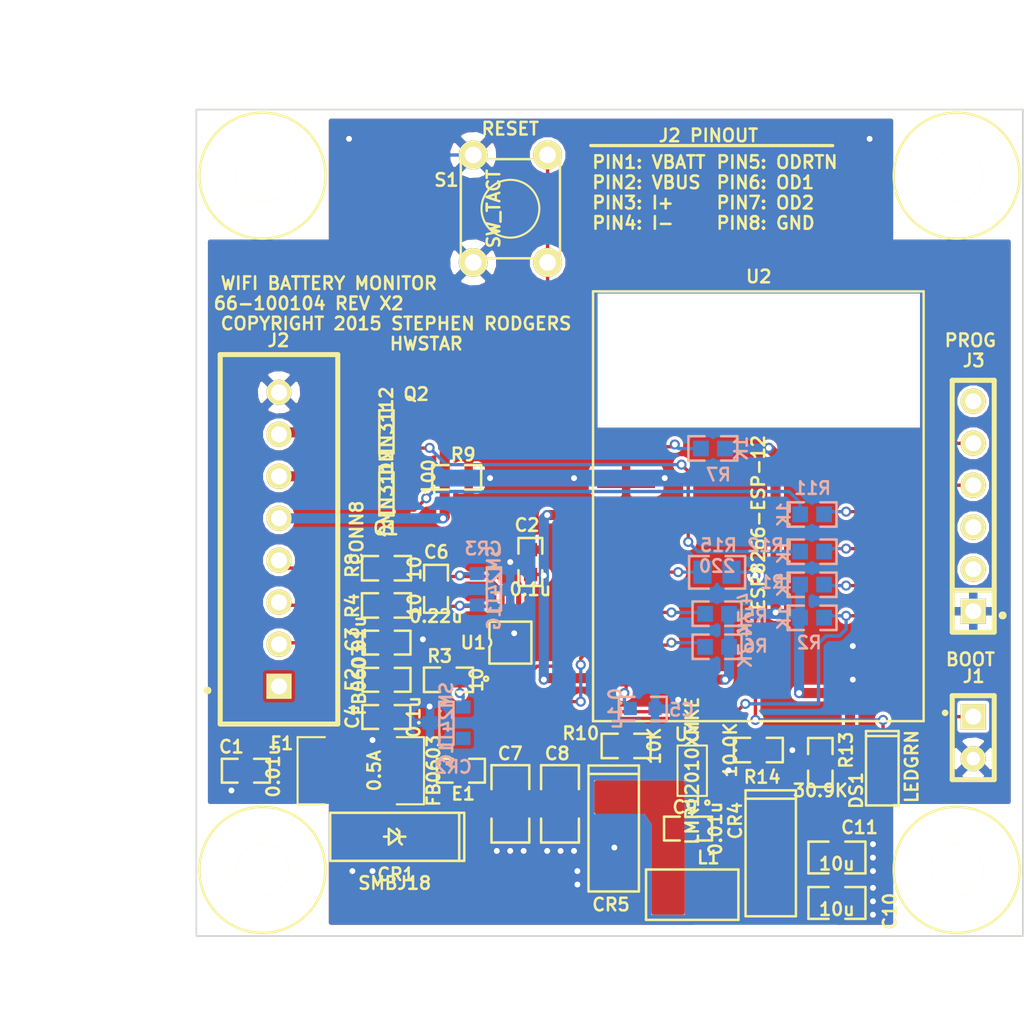
<source format=kicad_pcb>
(kicad_pcb (version 4) (host pcbnew "(2015-06-05 BZR 5717)-product")
  (layers (0 F.Cu signal) (31 B.Cu signal hide) (34 B.Paste user) (35 F.Paste user) (36 B.SilkS user) (37 F.SilkS user) (38 B.Mask user) (39 F.Mask user) (44 Edge.Cuts user))
  (net 0 "")
  (net 1 /VBIN)
  (net 2 GND)
  (net 3 +3.3V)
  (net 4 "Net-(C3-Pad1)")
  (net 5 "Net-(C4-Pad1)")
  (net 6 /VIN+)
  (net 7 /VIN-)
  (net 8 VBATT)
  (net 9 /VBOOST)
  (net 10 /VSW)
  (net 11 /VBINF)
  (net 12 "Net-(CR2-Pad2)")
  (net 13 /VBUS)
  (net 14 "Net-(DS1-Pad2)")
  (net 15 "Net-(J1-Pad1)")
  (net 16 "Net-(J2-Pad3)")
  (net 17 "Net-(J2-Pad4)")
  (net 18 /ODRTN)
  (net 19 /OD1)
  (net 20 /OD2)
  (net 21 "Net-(J3-Pad2)")
  (net 22 "Net-(J3-Pad3)")
  (net 23 /RXD)
  (net 24 /TXD)
  (net 25 "Net-(J3-Pad6)")
  (net 26 "Net-(Q1-Pad1)")
  (net 27 "Net-(Q2-Pad1)")
  (net 28 /ALERT)
  (net 29 /SCL)
  (net 30 /SDA)
  (net 31 "Net-(R7-Pad2)")
  (net 32 "Net-(R10-Pad1)")
  (net 33 /OUT1)
  (net 34 /OUT2)
  (net 35 /VFB)
  (net 36 /CONNLED)
  (net 37 "Net-(U2-Pad4)")
  (module mods:CC0603 (layer F.Cu) (at 123 100 180)
    (fp_text reference C1 (at 0.8768 1.448 360) (layer F.SilkS) (effects (font (size 0.762 0.762) (thickness 0.1524))))
    (fp_text value 0.01u (at -1.651 0 270) (layer F.SilkS) (effects (font (size 0.762 0.762) (thickness 0.1524))))
    (pad 1 smd rect (at -0.75 0.01 180) (size 0.8 0.8) (layers F.Cu F.Paste F.Mask) (net 1 /VBIN))
    (pad 2 smd rect (at 0.75 0.01 180) (size 0.8 0.8) (layers F.Cu F.Paste F.Mask) (net 2 GND))
  )
  (module mods:CC0603 (layer F.Cu) (at 140.208 87.376 90)
    (fp_text reference C2 (at 2.2352 -0.2032 180) (layer F.SilkS) (effects (font (size 0.762 0.762) (thickness 0.1524))))
    (fp_text value 0.1u (at -1.651 0 180) (layer F.SilkS) (effects (font (size 0.762 0.762) (thickness 0.1524))))
    (pad 1 smd rect (at -0.75 0.01 90) (size 0.8 0.8) (layers F.Cu F.Paste F.Mask) (net 3 +3.3V))
    (pad 2 smd rect (at 0.75 0.01 90) (size 0.8 0.8) (layers F.Cu F.Paste F.Mask) (net 2 GND))
  )
  (module mods:CC0603 (layer F.Cu) (at 131.5 92.25)
    (fp_text reference C3 (at -2.0616 -0.2004 270) (layer F.SilkS) (effects (font (size 0.762 0.762) (thickness 0.1524))))
    (fp_text value 0.01u (at -1.651 0 90) (layer F.SilkS) (effects (font (size 0.762 0.762) (thickness 0.1524))))
    (pad 1 smd rect (at -0.75 0.01) (size 0.8 0.8) (layers F.Cu F.Paste F.Mask) (net 4 "Net-(C3-Pad1)"))
    (pad 2 smd rect (at 0.75 0.01) (size 0.8 0.8) (layers F.Cu F.Paste F.Mask) (net 2 GND))
  )
  (module mods:CC0603 (layer F.Cu) (at 131.5 96.75 180)
    (fp_text reference C4 (at 2.0616 0.0268 270) (layer F.SilkS) (effects (font (size 0.762 0.762) (thickness 0.1524))))
    (fp_text value 0.1u (at -1.651 0 270) (layer F.SilkS) (effects (font (size 0.762 0.762) (thickness 0.1524))))
    (pad 1 smd rect (at -0.75 0.01 180) (size 0.8 0.8) (layers F.Cu F.Paste F.Mask) (net 5 "Net-(C4-Pad1)"))
    (pad 2 smd rect (at 0.75 0.01 180) (size 0.8 0.8) (layers F.Cu F.Paste F.Mask) (net 2 GND))
  )
  (module mods:CC0603 (layer B.Cu) (at 147 96.25)
    (fp_text reference C5 (at 2.352 0.0668) (layer B.SilkS) (effects (font (size 0.762 0.762) (thickness 0.1524)) (justify mirror)))
    (fp_text value 0.1u (at -1.651 0 270) (layer B.SilkS) (effects (font (size 0.762 0.762) (thickness 0.1524)) (justify mirror)))
    (pad 1 smd rect (at -0.75 -0.01) (size 0.8 0.8) (layers B.Cu B.Paste B.Mask) (net 3 +3.3V))
    (pad 2 smd rect (at 0.75 -0.01) (size 0.8 0.8) (layers B.Cu B.Paste B.Mask) (net 2 GND))
  )
  (module mods:CC0603 (layer F.Cu) (at 134.5 89 90)
    (fp_text reference C6 (at 2.2336 0.0184 180) (layer F.SilkS) (effects (font (size 0.762 0.762) (thickness 0.1524))))
    (fp_text value 0.22u (at -1.651 0 180) (layer F.SilkS) (effects (font (size 0.762 0.762) (thickness 0.1524))))
    (pad 1 smd rect (at -0.75 0.01 90) (size 0.8 0.8) (layers F.Cu F.Paste F.Mask) (net 6 /VIN+))
    (pad 2 smd rect (at 0.75 0.01 90) (size 0.8 0.8) (layers F.Cu F.Paste F.Mask) (net 7 /VIN-))
  )
  (module mods:CC1206 (layer F.Cu) (at 139 102 270)
    (fp_text reference C7 (at -3.0416 0.0112 360) (layer F.SilkS) (effects (font (size 0.762 0.762) (thickness 0.1524))))
    (fp_text value 10u hide)
    (pad 1 smd rect (at -1.55 0.01 270) (size 0.9 1.6) (layers F.Cu F.Paste F.Mask) (net 8 VBATT))
    (pad 2 smd rect (at 1.55 0.01 270) (size 0.9 1.6) (layers F.Cu F.Paste F.Mask) (net 2 GND))
  )
  (module mods:CC1206 (layer F.Cu) (at 142 102 270)
    (fp_text reference C8 (at -3.0416 0.1664 360) (layer F.SilkS) (effects (font (size 0.762 0.762) (thickness 0.1524))))
    (fp_text value 10u hide)
    (pad 1 smd rect (at -1.55 0.01 270) (size 0.9 1.6) (layers F.Cu F.Paste F.Mask) (net 8 VBATT))
    (pad 2 smd rect (at 1.55 0.01 270) (size 0.9 1.6) (layers F.Cu F.Paste F.Mask) (net 2 GND))
  )
  (module mods:CC0603 (layer F.Cu) (at 149.75 103.5 180)
    (fp_text reference C9 (at 0.1948 1.2904 360) (layer F.SilkS) (effects (font (size 0.762 0.762) (thickness 0.1524))))
    (fp_text value 0.01u (at -1.651 0 270) (layer F.SilkS) (effects (font (size 0.762 0.762) (thickness 0.1524))))
    (pad 1 smd rect (at -0.75 0.01 180) (size 0.8 0.8) (layers F.Cu F.Paste F.Mask) (net 9 /VBOOST))
    (pad 2 smd rect (at 0.75 0.01 180) (size 0.8 0.8) (layers F.Cu F.Paste F.Mask) (net 10 /VSW))
  )
  (module mods:CC0805 (layer F.Cu) (at 158.75 108)
    (fp_text reference C10 (at 3.2004 0.5088 90) (layer F.SilkS) (effects (font (size 0.762 0.762) (thickness 0.1524))))
    (fp_text value 10u (at 0 0.381) (layer F.SilkS) (effects (font (size 0.762 0.762) (thickness 0.1524))))
    (pad 1 smd rect (at -0.9525 0.01) (size 0.9 1.3) (layers F.Cu F.Paste F.Mask) (net 3 +3.3V))
    (pad 2 smd rect (at 0.9525 0.01) (size 0.9 1.3) (layers F.Cu F.Paste F.Mask) (net 2 GND))
  )
  (module mods:CC0805 (layer F.Cu) (at 158.75 105.25)
    (fp_text reference C11 (at 1.3716 -1.8212) (layer F.SilkS) (effects (font (size 0.762 0.762) (thickness 0.1524))))
    (fp_text value 10u (at 0 0.381) (layer F.SilkS) (effects (font (size 0.762 0.762) (thickness 0.1524))))
    (pad 1 smd rect (at -0.9525 0.01) (size 0.9 1.3) (layers F.Cu F.Paste F.Mask) (net 3 +3.3V))
    (pad 2 smd rect (at 0.9525 0.01) (size 0.9 1.3) (layers F.Cu F.Paste F.Mask) (net 2 GND))
  )
  (module mods:SMB-SAR (layer F.Cu) (at 132 104)
    (fp_text reference CR1 (at 0.08 2.2736 180) (layer F.SilkS) (effects (font (size 0.762 0.762) (thickness 0.1524))))
    (fp_text value SMBJ18 (at 0 2.79908) (layer F.SilkS) (effects (font (size 0.762 0.762) (thickness 0.1524))))
    (pad 1 smd rect (at -2.45 0) (size 2.16 2.26) (layers F.Cu F.Paste F.Mask) (net 2 GND))
    (pad 2 smd rect (at 2.45 0) (size 2.16 2.26) (layers F.Cu F.Paste F.Mask) (net 11 /VBINF))
  )
  (module mods:SOT23-3-SAR (layer B.Cu) (at 135.128 97.1296 270)
    (fp_text reference CR2 (at 2.6416 -0.4064 540) (layer B.SilkS) (effects (font (size 0.762 0.762) (thickness 0.1524)) (justify mirror)))
    (fp_text value SM24T1G (at 0.0635 0 270) (layer B.SilkS) (effects (font (size 0.762 0.762) (thickness 0.1524)) (justify mirror)))
    (pad 3 smd rect (at -0.03 0.99 270) (size 0.8 0.9) (layers B.Cu B.Paste B.Mask) (net 2 GND))
    (pad 2 smd rect (at 0.92 -1.01 270) (size 0.8 0.9) (layers B.Cu B.Paste B.Mask) (net 12 "Net-(CR2-Pad2)"))
    (pad 1 smd rect (at -0.98 -1.01 270) (size 0.8 0.9) (layers B.Cu B.Paste B.Mask) (net 13 /VBUS))
  )
  (module mods:SOT23-3-SAR (layer B.Cu) (at 138 89 90)
    (fp_text reference CR3 (at 2.4368 -0.6368 360) (layer B.SilkS) (effects (font (size 0.762 0.762) (thickness 0.1524)) (justify mirror)))
    (fp_text value SM24T1G (at 0.0635 0 90) (layer B.SilkS) (effects (font (size 0.762 0.762) (thickness 0.1524)) (justify mirror)))
    (pad 3 smd rect (at -0.03 0.99 90) (size 0.8 0.9) (layers B.Cu B.Paste B.Mask) (net 2 GND))
    (pad 2 smd rect (at 0.92 -1.01 90) (size 0.8 0.9) (layers B.Cu B.Paste B.Mask) (net 7 /VIN-))
    (pad 1 smd rect (at -0.98 -1.01 90) (size 0.8 0.9) (layers B.Cu B.Paste B.Mask) (net 6 /VIN+))
  )
  (module mods:M-FLAT-SAR (layer F.Cu) (at 154.75 105.25 90)
    (fp_text reference CR4 (at 2.2276 -2.1468 90) (layer F.SilkS) (effects (font (size 0.762 0.762) (thickness 0.1524))))
    (fp_text value CMS06)
    (pad 2 smd rect (at 2.2 0 90) (size 1.4 2.1) (layers F.Cu F.Paste F.Mask) (net 9 /VBOOST))
    (pad 1 smd rect (at -2.2 0 90) (size 1.4 2.1) (layers F.Cu F.Paste F.Mask) (net 3 +3.3V))
  )
  (module mods:M-FLAT-SAR (layer F.Cu) (at 145.25 103.75 90)
    (fp_text reference CR5 (at -4.3524 -0.1652 180) (layer F.SilkS) (effects (font (size 0.762 0.762) (thickness 0.1524))))
    (fp_text value CMS06)
    (pad 2 smd rect (at 2.2 0 90) (size 1.4 2.1) (layers F.Cu F.Paste F.Mask) (net 10 /VSW))
    (pad 1 smd rect (at -2.2 0 90) (size 1.4 2.1) (layers F.Cu F.Paste F.Mask) (net 2 GND))
  )
  (module mods:LED0805 (layer F.Cu) (at 161.5 100 90)
    (fp_text reference DS1 (at -1.1936 -1.5816 90) (layer F.SilkS) (effects (font (size 0.762 0.762) (thickness 0.1524))))
    (fp_text value LEDGRN (at 0.254 1.778 90) (layer F.SilkS) (effects (font (size 0.762 0.762) (thickness 0.1524))))
    (pad 1 smd rect (at -1.05 0 90) (size 1.2 1.2) (layers F.Cu F.Paste F.Mask) (net 3 +3.3V))
    (pad 2 smd rect (at 1.05 0 90) (size 1.2 1.2) (layers F.Cu F.Paste F.Mask) (net 14 "Net-(DS1-Pad2)"))
  )
  (module mods:CC0603 (layer F.Cu) (at 136 100)
    (fp_text reference E1 (at 0.144 1.3968 180) (layer F.SilkS) (effects (font (size 0.762 0.762) (thickness 0.1524))))
    (fp_text value FB0603 (at -1.651 0 90) (layer F.SilkS) (effects (font (size 0.762 0.762) (thickness 0.1524))))
    (pad 1 smd rect (at -0.75 0.01) (size 0.8 0.8) (layers F.Cu F.Paste F.Mask) (net 11 /VBINF))
    (pad 2 smd rect (at 0.75 0.01) (size 0.8 0.8) (layers F.Cu F.Paste F.Mask) (net 8 VBATT))
  )
  (module mods:CC0603 (layer F.Cu) (at 131.5 94.5)
    (fp_text reference E2 (at -2.0616 -0.012 270) (layer F.SilkS) (effects (font (size 0.762 0.762) (thickness 0.1524))))
    (fp_text value FB0603 (at -1.651 0 90) (layer F.SilkS) (effects (font (size 0.762 0.762) (thickness 0.1524))))
    (pad 1 smd rect (at -0.75 0.01) (size 0.8 0.8) (layers F.Cu F.Paste F.Mask) (net 4 "Net-(C3-Pad1)"))
    (pad 2 smd rect (at 0.75 0.01) (size 0.8 0.8) (layers F.Cu F.Paste F.Mask) (net 5 "Net-(C4-Pad1)"))
  )
  (module mods:MINISMD1812 (layer F.Cu) (at 130 100)
    (fp_text reference F1 (at -4.8288 -1.6512 180) (layer F.SilkS) (effects (font (size 0.762 0.762) (thickness 0.1524))))
    (fp_text value 0.5A (at 0.762 0 90) (layer F.SilkS) (effects (font (size 0.762 0.762) (thickness 0.1524))))
    (pad 1 smd rect (at -2.645 0.01) (size 1.78 3.15) (layers F.Cu F.Paste F.Mask) (net 1 /VBIN))
    (pad 2 smd rect (at 2.585 0.01) (size 1.78 3.15) (layers F.Cu F.Paste F.Mask) (net 11 /VBINF))
  )
  (module mods:BERG2 (layer F.Cu) (at 167 98 270)
    (fp_text reference J1 (at -3.7152 -0.0304 540) (layer F.SilkS) (effects (font (size 0.762 0.762) (thickness 0.1524))))
    (fp_text value CONN2 hide)
    (pad 1 thru_hole rect (at -1.27 0 270) (size 1.524 1.524) (drill 0.9652) (layers *.Cu *.Mask F.SilkS) (net 15 "Net-(J1-Pad1)"))
    (pad 2 thru_hole circle (at 1.27 0 270) (size 1.524 1.524) (drill 0.8128) (layers *.Cu *.Mask F.SilkS) (net 2 GND))
  )
  (module mods:PHOENIX254-8 (layer F.Cu) (at 125 86 90)
    (fp_text reference J2 (at 12.0352 -0.032 180) (layer F.SilkS) (effects (font (size 0.762 0.762) (thickness 0.1524))))
    (fp_text value CONN8 (at 0.381 4.699 90) (layer F.SilkS) (effects (font (size 0.762 0.762) (thickness 0.1524))))
    (pad 1 thru_hole rect (at -8.89 0 90) (size 1.524 1.524) (drill 0.9652) (layers *.Cu *.Mask F.SilkS) (net 1 /VBIN))
    (pad 2 thru_hole circle (at -6.35 0 90) (size 1.524 1.524) (drill 0.9652) (layers *.Cu *.Mask F.SilkS) (net 4 "Net-(C3-Pad1)"))
    (pad 3 thru_hole circle (at -3.81 0 90) (size 1.524 1.524) (drill 0.9652) (layers *.Cu *.Mask F.SilkS) (net 16 "Net-(J2-Pad3)"))
    (pad 4 thru_hole circle (at -1.27 0 90) (size 1.524 1.524) (drill 0.9652) (layers *.Cu *.Mask F.SilkS) (net 17 "Net-(J2-Pad4)"))
    (pad 5 thru_hole circle (at 1.27 0 90) (size 1.524 1.524) (drill 0.9652) (layers *.Cu *.Mask F.SilkS) (net 18 /ODRTN))
    (pad 6 thru_hole circle (at 3.81 0 90) (size 1.524 1.524) (drill 0.9652) (layers *.Cu *.Mask F.SilkS) (net 19 /OD1))
    (pad 7 thru_hole circle (at 6.35 0 90) (size 1.524 1.524) (drill 0.9652) (layers *.Cu *.Mask F.SilkS) (net 20 /OD2))
    (pad 8 thru_hole circle (at 8.89 0 90) (size 1.524 1.524) (drill 0.9652) (layers *.Cu *.Mask F.SilkS) (net 2 GND))
  )
  (module mods:BERG6 (layer F.Cu) (at 167 84 90)
    (fp_text reference J3 (at 8.816 0.0304 180) (layer F.SilkS) (effects (font (size 0.762 0.762) (thickness 0.1524))))
    (fp_text value CONN6 hide)
    (pad 1 thru_hole rect (at -6.35 0 90) (size 1.524 1.524) (drill 0.9652) (layers *.Cu *.Mask F.SilkS) (net 2 GND))
    (pad 2 thru_hole circle (at -3.81 0 90) (size 1.524 1.524) (drill 0.9652) (layers *.Cu *.Mask F.SilkS) (net 21 "Net-(J3-Pad2)"))
    (pad 3 thru_hole circle (at -1.27 0 90) (size 1.524 1.524) (drill 0.9652) (layers *.Cu *.Mask F.SilkS) (net 22 "Net-(J3-Pad3)"))
    (pad 4 thru_hole circle (at 1.27 0 90) (size 1.524 1.524) (drill 0.9652) (layers *.Cu *.Mask F.SilkS) (net 23 /RXD))
    (pad 5 thru_hole circle (at 3.81 0 90) (size 1.524 1.524) (drill 0.9652) (layers *.Cu *.Mask F.SilkS) (net 24 /TXD))
    (pad 6 thru_hole circle (at 6.35 0 90) (size 1.524 1.524) (drill 0.9652) (layers *.Cu *.Mask F.SilkS) (net 25 "Net-(J3-Pad6)"))
  )
  (module mods:SOT23-3-SAR (layer F.Cu) (at 131.5 83.25 90)
    (fp_text reference Q1 (at -2.094 -0.0296 180) (layer F.SilkS) (effects (font (size 0.762 0.762) (thickness 0.1524))))
    (fp_text value DMN3112 (at 0.0635 0 90) (layer F.SilkS) (effects (font (size 0.762 0.762) (thickness 0.1524))))
    (pad 3 smd rect (at -0.03 -0.99 90) (size 0.8 0.9) (layers F.Cu F.Paste F.Mask) (net 19 /OD1))
    (pad 2 smd rect (at 0.92 1.01 90) (size 0.8 0.9) (layers F.Cu F.Paste F.Mask) (net 18 /ODRTN))
    (pad 1 smd rect (at -0.98 1.01 90) (size 0.8 0.9) (layers F.Cu F.Paste F.Mask) (net 26 "Net-(Q1-Pad1)"))
  )
  (module mods:SOT23-3-SAR (layer F.Cu) (at 131.5 79.5 90)
    (fp_text reference Q2 (at 2.284 1.7992 180) (layer F.SilkS) (effects (font (size 0.762 0.762) (thickness 0.1524))))
    (fp_text value DMN3112 (at 0.0635 0 90) (layer F.SilkS) (effects (font (size 0.762 0.762) (thickness 0.1524))))
    (pad 3 smd rect (at -0.03 -0.99 90) (size 0.8 0.9) (layers F.Cu F.Paste F.Mask) (net 20 /OD2))
    (pad 2 smd rect (at 0.92 1.01 90) (size 0.8 0.9) (layers F.Cu F.Paste F.Mask) (net 18 /ODRTN))
    (pad 1 smd rect (at -0.98 1.01 90) (size 0.8 0.9) (layers F.Cu F.Paste F.Mask) (net 27 "Net-(Q2-Pad1)"))
  )
  (module mods:RC0603 (layer B.Cu) (at 157.25 88.75)
    (fp_text reference R1 (at -2.4116 -0.1548) (layer B.SilkS) (effects (font (size 0.762 0.762) (thickness 0.1524)) (justify mirror)))
    (fp_text value 1K (at -1.69926 0 270) (layer B.SilkS) (effects (font (size 0.762 0.762) (thickness 0.1524)) (justify mirror)))
    (pad 1 smd rect (at -0.725 -0.01) (size 0.95 0.95) (layers B.Cu B.Paste B.Mask) (net 3 +3.3V))
    (pad 2 smd rect (at 0.725 -0.01) (size 0.95 0.95) (layers B.Cu B.Paste B.Mask) (net 15 "Net-(J1-Pad1)"))
  )
  (module mods:RC0603 (layer B.Cu) (at 157.25 90.75)
    (fp_text reference R2 (at -0.1764 1.5028) (layer B.SilkS) (effects (font (size 0.762 0.762) (thickness 0.1524)) (justify mirror)))
    (fp_text value 1K (at -1.69926 0 270) (layer B.SilkS) (effects (font (size 0.762 0.762) (thickness 0.1524)) (justify mirror)))
    (pad 1 smd rect (at -0.725 -0.01) (size 0.95 0.95) (layers B.Cu B.Paste B.Mask) (net 3 +3.3V))
    (pad 2 smd rect (at 0.725 -0.01) (size 0.95 0.95) (layers B.Cu B.Paste B.Mask) (net 28 /ALERT))
  )
  (module mods:RC0603 (layer F.Cu) (at 135.25 94.5 180)
    (fp_text reference R3 (at 0.5284 1.4344 360) (layer F.SilkS) (effects (font (size 0.762 0.762) (thickness 0.1524))))
    (fp_text value 10 (at -1.69926 0 270) (layer F.SilkS) (effects (font (size 0.762 0.762) (thickness 0.1524))))
    (pad 1 smd rect (at -0.725 0.01 180) (size 0.95 0.95) (layers F.Cu F.Paste F.Mask) (net 13 /VBUS))
    (pad 2 smd rect (at 0.725 0.01 180) (size 0.95 0.95) (layers F.Cu F.Paste F.Mask) (net 5 "Net-(C4-Pad1)"))
  )
  (module mods:RC0603 (layer F.Cu) (at 131.5 90 180)
    (fp_text reference R4 (at 2.0616 -0.0176 270) (layer F.SilkS) (effects (font (size 0.762 0.762) (thickness 0.1524))))
    (fp_text value 10 (at -1.69926 0 270) (layer F.SilkS) (effects (font (size 0.762 0.762) (thickness 0.1524))))
    (pad 1 smd rect (at -0.725 0.01 180) (size 0.95 0.95) (layers F.Cu F.Paste F.Mask) (net 6 /VIN+))
    (pad 2 smd rect (at 0.725 0.01 180) (size 0.95 0.95) (layers F.Cu F.Paste F.Mask) (net 16 "Net-(J2-Pad3)"))
  )
  (module mods:RC0603 (layer B.Cu) (at 151.5 90.5 180)
    (fp_text reference R5 (at -2.3224 -0.1272 180) (layer B.SilkS) (effects (font (size 0.762 0.762) (thickness 0.1524)) (justify mirror)))
    (fp_text value 4.7K (at -1.69926 0 450) (layer B.SilkS) (effects (font (size 0.762 0.762) (thickness 0.1524)) (justify mirror)))
    (pad 1 smd rect (at -0.725 -0.01 180) (size 0.95 0.95) (layers B.Cu B.Paste B.Mask) (net 3 +3.3V))
    (pad 2 smd rect (at 0.725 -0.01 180) (size 0.95 0.95) (layers B.Cu B.Paste B.Mask) (net 29 /SCL))
  )
  (module mods:RC0603 (layer B.Cu) (at 151.5 92.5 180)
    (fp_text reference R6 (at -2.3224 0.044 180) (layer B.SilkS) (effects (font (size 0.762 0.762) (thickness 0.1524)) (justify mirror)))
    (fp_text value 4.7K (at -1.69926 0 450) (layer B.SilkS) (effects (font (size 0.762 0.762) (thickness 0.1524)) (justify mirror)))
    (pad 1 smd rect (at -0.725 -0.01 180) (size 0.95 0.95) (layers B.Cu B.Paste B.Mask) (net 3 +3.3V))
    (pad 2 smd rect (at 0.725 -0.01 180) (size 0.95 0.95) (layers B.Cu B.Paste B.Mask) (net 30 /SDA))
  )
  (module mods:RC0603 (layer B.Cu) (at 151.25 80.5 180)
    (fp_text reference R7 (at -0.3372 -1.5928 180) (layer B.SilkS) (effects (font (size 0.762 0.762) (thickness 0.1524)) (justify mirror)))
    (fp_text value 1K (at -1.69926 0 450) (layer B.SilkS) (effects (font (size 0.762 0.762) (thickness 0.1524)) (justify mirror)))
    (pad 1 smd rect (at -0.725 -0.01 180) (size 0.95 0.95) (layers B.Cu B.Paste B.Mask) (net 3 +3.3V))
    (pad 2 smd rect (at 0.725 -0.01 180) (size 0.95 0.95) (layers B.Cu B.Paste B.Mask) (net 31 "Net-(R7-Pad2)"))
  )
  (module mods:RC0603 (layer F.Cu) (at 131.5 87.75 180)
    (fp_text reference R8 (at 2.0616 0.1708 450) (layer F.SilkS) (effects (font (size 0.762 0.762) (thickness 0.1524))))
    (fp_text value 10 (at -1.69926 0 270) (layer F.SilkS) (effects (font (size 0.762 0.762) (thickness 0.1524))))
    (pad 1 smd rect (at -0.725 0.01 180) (size 0.95 0.95) (layers F.Cu F.Paste F.Mask) (net 7 /VIN-))
    (pad 2 smd rect (at 0.725 0.01 180) (size 0.95 0.95) (layers F.Cu F.Paste F.Mask) (net 17 "Net-(J2-Pad4)"))
  )
  (module mods:RC0603 (layer F.Cu) (at 135.75 82.25)
    (fp_text reference R9 (at 0.394 -1.3764 180) (layer F.SilkS) (effects (font (size 0.762 0.762) (thickness 0.1524))))
    (fp_text value 100 (at -1.69926 0 90) (layer F.SilkS) (effects (font (size 0.762 0.762) (thickness 0.1524))))
    (pad 1 smd rect (at -0.725 0.01) (size 0.95 0.95) (layers F.Cu F.Paste F.Mask) (net 18 /ODRTN))
    (pad 2 smd rect (at 0.725 0.01) (size 0.95 0.95) (layers F.Cu F.Paste F.Mask) (net 2 GND))
  )
  (module mods:RC0603 (layer F.Cu) (at 146 98.5 180)
    (fp_text reference R10 (at 2.744 0.7608 360) (layer F.SilkS) (effects (font (size 0.762 0.762) (thickness 0.1524))))
    (fp_text value 10K (at -1.69926 0 270) (layer F.SilkS) (effects (font (size 0.762 0.762) (thickness 0.1524))))
    (pad 1 smd rect (at -0.725 0.01 180) (size 0.95 0.95) (layers F.Cu F.Paste F.Mask) (net 32 "Net-(R10-Pad1)"))
    (pad 2 smd rect (at 0.725 0.01 180) (size 0.95 0.95) (layers F.Cu F.Paste F.Mask) (net 8 VBATT))
  )
  (module mods:RC0603 (layer B.Cu) (at 157.25 84.5)
    (fp_text reference R11 (at 0.0268 -1.5944) (layer B.SilkS) (effects (font (size 0.762 0.762) (thickness 0.1524)) (justify mirror)))
    (fp_text value 1K (at -1.69926 0 270) (layer B.SilkS) (effects (font (size 0.762 0.762) (thickness 0.1524)) (justify mirror)))
    (pad 1 smd rect (at -0.725 -0.01) (size 0.95 0.95) (layers B.Cu B.Paste B.Mask) (net 26 "Net-(Q1-Pad1)"))
    (pad 2 smd rect (at 0.725 -0.01) (size 0.95 0.95) (layers B.Cu B.Paste B.Mask) (net 33 /OUT1))
  )
  (module mods:RC0603 (layer B.Cu) (at 157.25 86.75)
    (fp_text reference R12 (at -2.818 -0.39) (layer B.SilkS) (effects (font (size 0.762 0.762) (thickness 0.1524)) (justify mirror)))
    (fp_text value 1K (at -1.69926 0 270) (layer B.SilkS) (effects (font (size 0.762 0.762) (thickness 0.1524)) (justify mirror)))
    (pad 1 smd rect (at -0.725 -0.01) (size 0.95 0.95) (layers B.Cu B.Paste B.Mask) (net 27 "Net-(Q2-Pad1)"))
    (pad 2 smd rect (at 0.725 -0.01) (size 0.95 0.95) (layers B.Cu B.Paste B.Mask) (net 34 /OUT2))
  )
  (module mods:RC0603 (layer F.Cu) (at 157.75 99.5 90)
    (fp_text reference R13 (at 0.7448 1.5588 270) (layer F.SilkS) (effects (font (size 0.762 0.762) (thickness 0.1524))))
    (fp_text value 30.9K (at -1.69926 0 180) (layer F.SilkS) (effects (font (size 0.762 0.762) (thickness 0.1524))))
    (pad 1 smd rect (at -0.725 0.01 90) (size 0.95 0.95) (layers F.Cu F.Paste F.Mask) (net 3 +3.3V))
    (pad 2 smd rect (at 0.725 0.01 90) (size 0.95 0.95) (layers F.Cu F.Paste F.Mask) (net 35 /VFB))
  )
  (module mods:RC0603 (layer F.Cu) (at 154 98.75)
    (fp_text reference R14 (at 0.2288 1.6308 180) (layer F.SilkS) (effects (font (size 0.762 0.762) (thickness 0.1524))))
    (fp_text value 10.0K (at -1.69926 0 90) (layer F.SilkS) (effects (font (size 0.762 0.762) (thickness 0.1524))))
    (pad 1 smd rect (at -0.725 0.01) (size 0.95 0.95) (layers F.Cu F.Paste F.Mask) (net 35 /VFB))
    (pad 2 smd rect (at 0.725 0.01) (size 0.95 0.95) (layers F.Cu F.Paste F.Mask) (net 2 GND))
  )
  (module mods:RC0805 (layer B.Cu) (at 151.5 88)
    (fp_text reference R15 (at 0.0872 -1.64) (layer B.SilkS) (effects (font (size 0.762 0.762) (thickness 0.1524)) (justify mirror)))
    (fp_text value 220 (at 0 -0.381) (layer B.SilkS) (effects (font (size 0.762 0.762) (thickness 0.1524)) (justify mirror)))
    (pad 1 smd rect (at -0.875 -0.01) (size 1.1 1.4) (layers B.Cu B.Paste B.Mask) (net 36 /CONNLED))
    (pad 2 smd rect (at 0.875 -0.01) (size 1.1 1.4) (layers B.Cu B.Paste B.Mask) (net 14 "Net-(DS1-Pad2)"))
  )
  (module mods:SW_TACT_6MM (layer F.Cu) (at 139 66 270)
    (fp_text reference S1 (at -1.738 3.872 360) (layer F.SilkS) (effects (font (size 0.762 0.762) (thickness 0.1524))))
    (fp_text value SW_TACT (at 0 1.016 270) (layer F.SilkS) (effects (font (size 0.762 0.762) (thickness 0.1524))))
    (pad 4 thru_hole circle (at 3.25 -2.25 270) (size 1.75 1.75) (drill 1) (layers *.Cu *.Mask F.SilkS) (net 31 "Net-(R7-Pad2)"))
    (pad 2 thru_hole circle (at 3.25 2.25 270) (size 1.75 1.75) (drill 1) (layers *.Cu *.Mask F.SilkS) (net 2 GND))
    (pad 3 thru_hole circle (at -3.25 -2.25 270) (size 1.75 1.75) (drill 1) (layers *.Cu *.Mask F.SilkS) (net 31 "Net-(R7-Pad2)"))
    (pad 1 thru_hole circle (at -3.25 2.25 270) (size 1.75 1.75) (drill 1) (layers *.Cu *.Mask F.SilkS) (net 2 GND))
  )
  (module mods:ESP8266-ESP12 (layer F.Cu) (at 154 84 270)
    (fp_text reference U2 (at -13.896 -0.0256 360) (layer F.SilkS) (effects (font (size 0.762 0.762) (thickness 0.1524))))
    (fp_text value ESP8266-ESP-12 (at 1 0 270) (layer F.SilkS) (effects (font (size 0.762 0.762) (thickness 0.1524))))
    (pad 1 smd rect (at -3.6 8 270) (size 1 3.5) (layers F.Cu F.Paste F.Mask) (net 31 "Net-(R7-Pad2)"))
    (pad 2 smd rect (at -1.6 8 270) (size 1 3.5) (layers F.Cu F.Paste F.Mask) (net 2 GND))
    (pad 3 smd rect (at 0.4 8 270) (size 1 3.5) (layers F.Cu F.Paste F.Mask) (net 3 +3.3V))
    (pad 4 smd rect (at 2.4 8 270) (size 1 3.5) (layers F.Cu F.Paste F.Mask) (net 37 "Net-(U2-Pad4)"))
    (pad 5 smd rect (at 4.4 8 270) (size 1 3.5) (layers F.Cu F.Paste F.Mask) (net 36 /CONNLED))
    (pad 6 smd rect (at 6.4 8 270) (size 1 3.5) (layers F.Cu F.Paste F.Mask) (net 29 /SCL))
    (pad 7 smd rect (at 8.4 8 270) (size 1 3.5) (layers F.Cu F.Paste F.Mask) (net 30 /SDA))
    (pad 8 smd rect (at 10.4 8 270) (size 1 3.5) (layers F.Cu F.Paste F.Mask) (net 3 +3.3V))
    (pad 9 smd rect (at 10.4 -8 270) (size 1 3.5) (layers F.Cu F.Paste F.Mask) (net 2 GND))
    (pad 10 smd rect (at 8.4 -8 270) (size 1 3.5) (layers F.Cu F.Paste F.Mask) (net 2 GND))
    (pad 11 smd rect (at 6.4 -8 270) (size 1 3.5) (layers F.Cu F.Paste F.Mask) (net 28 /ALERT))
    (pad 12 smd rect (at 4.4 -8 270) (size 1 3.5) (layers F.Cu F.Paste F.Mask) (net 15 "Net-(J1-Pad1)"))
    (pad 13 smd rect (at 2.4 -8 270) (size 1 3.5) (layers F.Cu F.Paste F.Mask) (net 34 /OUT2))
    (pad 14 smd rect (at 0.4 -8 270) (size 1 3.5) (layers F.Cu F.Paste F.Mask) (net 33 /OUT1))
    (pad 15 smd rect (at -1.6 -8 270) (size 1 3.5) (layers F.Cu F.Paste F.Mask) (net 23 /RXD))
    (pad 16 smd rect (at -3.6 -8 270) (size 1 3.5) (layers F.Cu F.Paste F.Mask) (net 24 /TXD))
  )
  (module mods:SOT23-6-SAR (layer F.Cu) (at 150 100 90)
    (fp_text reference U3 (at 2.19964 -0.29972 180) (layer F.SilkS) (effects (font (size 0.762 0.762) (thickness 0.1524))))
    (fp_text value LMR12010XMKE (at 0 0 90) (layer F.SilkS) (effects (font (size 0.762 0.762) (thickness 0.1524))))
    (pad 6 smd rect (at -0.95 -1.2 90) (size 0.7 1) (layers F.Cu F.Paste F.Mask) (net 10 /VSW))
    (pad 1 smd rect (at -0.95 1.2 90) (size 0.7 1) (layers F.Cu F.Paste F.Mask) (net 9 /VBOOST))
    (pad 3 smd rect (at 0.95 1.2 90) (size 0.7 1) (layers F.Cu F.Paste F.Mask) (net 35 /VFB))
    (pad 5 smd rect (at 0 -1.2 90) (size 0.7 1) (layers F.Cu F.Paste F.Mask) (net 8 VBATT))
    (pad 2 smd rect (at 0 1.2 90) (size 0.7 1) (layers F.Cu F.Paste F.Mask) (net 2 GND))
    (pad 4 smd rect (at 0.95 -1.2 90) (size 0.7 1) (layers F.Cu F.Paste F.Mask) (net 32 "Net-(R10-Pad1)"))
  )
  (module mods:IND1210 (layer F.Cu) (at 150 107.5)
    (fp_text reference L1 (at 0.9776 -2.2424) (layer F.SilkS) (effects (font (size 0.762 0.762) (thickness 0.1524))))
    (fp_text value 10uH)
    (pad 1 smd rect (at -1.6 0) (size 1.2 2) (layers F.Cu F.Paste F.Mask) (net 10 /VSW))
    (pad 2 smd rect (at 1.6 0) (size 1.2 2) (layers F.Cu F.Paste F.Mask) (net 3 +3.3V))
  )
  (module mods:MTG-HOLE-125-RING-300 (layer F.Cu) (at 124 106)
    (fp_text reference MTG-HOLE-125-RING-300 hide)
    (fp_text value VAL** hide)
    (pad "" np_thru_hole circle (at 0 0) (size 3.175 3.175) (drill 3.175) (layers *.Cu *.Mask F.SilkS))
  )
  (module mods:MTG-HOLE-125-RING-300 (layer F.Cu) (at 166 106)
    (fp_text reference MTG-HOLE-125-RING-300 hide)
    (fp_text value VAL** hide)
    (pad "" np_thru_hole circle (at 0 0) (size 3.175 3.175) (drill 3.175) (layers *.Cu *.Mask F.SilkS))
  )
  (module mods:MTG-HOLE-125-RING-300 (layer F.Cu) (at 166 64)
    (fp_text reference MTG-HOLE-125-RING-300 hide)
    (fp_text value VAL** hide)
    (pad "" np_thru_hole circle (at 0 0) (size 3.175 3.175) (drill 3.175) (layers *.Cu *.Mask F.SilkS))
  )
  (module mods:MTG-HOLE-125-RING-300 (layer F.Cu) (at 124 64)
    (fp_text reference MTG-HOLE-125-RING-300 hide)
    (fp_text value VAL** hide)
    (pad "" np_thru_hole circle (at 0 0) (size 3.175 3.175) (drill 3.175) (layers *.Cu *.Mask F.SilkS))
  )
  (module mods:MSOP-10-SAR (layer F.Cu) (at 139 92.25)
    (fp_text reference U1 (at -2.2464 0.0028) (layer F.SilkS) (effects (font (size 0.762 0.762) (thickness 0.1524))))
    (fp_text value INA226)
    (pad 2 smd rect (at -0.5 2.2) (size 0.3 1.45) (layers F.Cu F.Paste F.Mask) (net 3 +3.3V))
    (pad 3 smd rect (at 0 2.2) (size 0.3 1.45) (layers F.Cu F.Paste F.Mask) (net 28 /ALERT))
    (pad 4 smd rect (at 0.5 2.2) (size 0.3 1.45) (layers F.Cu F.Paste F.Mask) (net 30 /SDA))
    (pad 5 smd rect (at 1 2.2) (size 0.3 1.45) (layers F.Cu F.Paste F.Mask) (net 29 /SCL))
    (pad 6 smd rect (at 1 -2.2) (size 0.3 1.45) (layers F.Cu F.Paste F.Mask) (net 3 +3.3V))
    (pad 7 smd rect (at 0.5 -2.2) (size 0.3 1.45) (layers F.Cu F.Paste F.Mask) (net 2 GND))
    (pad 8 smd rect (at 0 -2.2) (size 0.3 1.45) (layers F.Cu F.Paste F.Mask) (net 13 /VBUS))
    (pad 9 smd rect (at -0.5 -2.2) (size 0.3 1.45) (layers F.Cu F.Paste F.Mask) (net 7 /VIN-))
    (pad 10 smd rect (at -1 -2.2) (size 0.3 1.45) (layers F.Cu F.Paste F.Mask) (net 6 /VIN+))
    (pad 1 smd rect (at -1 2.2) (size 0.3 1.45) (layers F.Cu F.Paste F.Mask) (net 3 +3.3V))
  )
  (gr_text "WIFI BATTERY MONITOR" (at 128.016 70.5104) (layer F.SilkS) (effects (font (size 0.762 0.762) (thickness 0.1524))))
  (gr_text "66-100104 REV X2" (at 126.7968 71.7296) (layer F.SilkS) (effects (font (size 0.762 0.762) (thickness 0.1524))))
  (gr_text HWSTAR (at 133.9088 74.168) (layer F.SilkS) (effects (font (size 0.762 0.762) (thickness 0.1524))))
  (gr_text "COPYRIGHT 2015 STEPHEN RODGERS" (at 132.08 72.9488) (layer F.SilkS) (effects (font (size 0.762 0.762) (thickness 0.1524))))
  (gr_text "J2 PINOUT" (at 150.9776 61.5696) (layer F.SilkS) (effects (font (size 0.762 0.762) (thickness 0.1524))))
  (gr_line (start 143.8656 62.1792) (end 158.496 62.1792) (angle 90) (layer F.SilkS) (width 0.2))
  (gr_text "PIN5: ODRTN\nPIN6: OD1\nPIN7: OD2\nPIN8: GND" (at 151.384 65.024) (layer F.SilkS) (effects (font (size 0.762 0.762) (thickness 0.1524)) (justify left)))
  (gr_text "PIN1: VBATT\nPIN2: VBUS\nPIN3: I+\nPIN4: I-\n" (at 143.8656 65.024) (layer F.SilkS) (effects (font (size 0.762 0.762) (thickness 0.1524)) (justify left)))
  (gr_text RESET (at 138.9888 61.1632) (layer F.SilkS) (effects (font (size 0.762 0.762) (thickness 0.1524))))
  (gr_text BOOT (at 166.8272 93.2688) (layer F.SilkS) (effects (font (size 0.762 0.762) (thickness 0.1524))))
  (gr_text PROG (at 166.8272 73.9648) (layer F.SilkS) (effects (font (size 0.762 0.762) (thickness 0.1524))))
  (gr_line (start 170 110) (end 120 110) (angle 90) (layer Edge.Cuts) (width 0.1))
  (gr_line (start 170 60) (end 170 110) (angle 90) (layer Edge.Cuts) (width 0.1))
  (gr_line (start 120 60) (end 170 60) (angle 90) (layer Edge.Cuts) (width 0.1))
  (gr_line (start 120 110) (end 120 60) (angle 90) (layer Edge.Cuts) (width 0.1))
  (segment (start 136.75 62.75) (end 136.9956 62.75) (width 0.2032) (layer F.Cu) (net 2))
  (segment (start 136.9956 62.75) (end 138.5824 61.1632) (width 0.2032) (layer F.Cu) (net 2))
  (via (at 160.7312 61.7728) (size 0.6096) (layers F.Cu B.Cu) (net 2))
  (segment (start 147.9296 61.7728) (end 160.7312 61.7728) (width 0.2032) (layer F.Cu) (net 2))
  (segment (start 147.32 61.1632) (end 147.9296 61.7728) (width 0.2032) (layer F.Cu) (net 2))
  (segment (start 138.5824 61.1632) (end 147.32 61.1632) (width 0.2032) (layer F.Cu) (net 2))
  (segment (start 136.75 62.75) (end 130.2124 62.75) (width 0.2032) (layer B.Cu) (net 2))
  (via (at 129.2352 61.7728) (size 0.6096) (layers F.Cu B.Cu) (net 2))
  (segment (start 130.2124 62.75) (end 129.2352 61.7728) (width 0.2032) (layer B.Cu) (net 2))
  (segment (start 154.725 98.76) (end 156.0528 98.76) (width 0.2032) (layer F.Cu) (net 2))
  (via (at 156.0576 98.7552) (size 0.6096) (layers F.Cu B.Cu) (net 2))
  (segment (start 156.0528 98.76) (end 156.0576 98.7552) (width 0.2032) (layer F.Cu) (net 2))
  (segment (start 147.75 96.24) (end 148.616 96.24) (width 0.2032) (layer B.Cu) (net 2))
  (via (at 149.1488 95.7072) (size 0.6096) (layers F.Cu B.Cu) (net 2))
  (segment (start 148.616 96.24) (end 149.1488 95.7072) (width 0.2032) (layer B.Cu) (net 2))
  (segment (start 138.99 89.03) (end 138.99 87.3772) (width 0.2032) (layer B.Cu) (net 2))
  (via (at 138.9888 87.376) (size 0.6096) (layers F.Cu B.Cu) (net 2))
  (segment (start 138.99 87.3772) (end 138.9888 87.376) (width 0.2032) (layer B.Cu) (net 2))
  (segment (start 132.25 92.26) (end 133.4952 92.26) (width 0.2032) (layer F.Cu) (net 2))
  (via (at 133.7056 92.0496) (size 0.6096) (layers F.Cu B.Cu) (net 2))
  (segment (start 133.4952 92.26) (end 133.7056 92.0496) (width 0.2032) (layer F.Cu) (net 2))
  (segment (start 134.138 97.0996) (end 134.138 96.1396) (width 0.2032) (layer B.Cu) (net 2))
  (via (at 134.112 96.1136) (size 0.6096) (layers F.Cu B.Cu) (net 2))
  (segment (start 134.138 96.1396) (end 134.112 96.1136) (width 0.2032) (layer B.Cu) (net 2))
  (segment (start 130.75 96.74) (end 130.75 98.0532) (width 0.2032) (layer F.Cu) (net 2))
  (via (at 130.6576 98.1456) (size 0.6096) (layers F.Cu B.Cu) (net 2))
  (segment (start 130.75 98.0532) (end 130.6576 98.1456) (width 0.2032) (layer F.Cu) (net 2))
  (segment (start 122.25 99.99) (end 122.25 101.0668) (width 0.2032) (layer F.Cu) (net 2))
  (via (at 122.1232 101.1936) (size 0.6096) (layers F.Cu B.Cu) (net 2))
  (segment (start 122.25 101.0668) (end 122.1232 101.1936) (width 0.2032) (layer F.Cu) (net 2))
  (segment (start 129.55 104) (end 129.55 105.9588) (width 0.2032) (layer F.Cu) (net 2))
  (via (at 130.6576 106.0704) (size 0.6096) (layers F.Cu B.Cu) (net 2))
  (segment (start 129.4384 106.0704) (end 130.6576 106.0704) (width 0.2032) (layer B.Cu) (net 2))
  (via (at 129.4384 106.0704) (size 0.6096) (layers F.Cu B.Cu) (net 2))
  (segment (start 129.55 105.9588) (end 129.4384 106.0704) (width 0.2032) (layer F.Cu) (net 2))
  (segment (start 160.9344 104.4448) (end 160.9344 106.0704) (width 0.2032) (layer F.Cu) (net 2))
  (via (at 160.9344 106.0704) (size 0.6096) (drill 0.3556) (layers F.Cu B.Cu) (net 2))
  (segment (start 160.9344 105.2576) (end 160.9344 104.4448) (width 0.2032) (layer B.Cu) (net 2))
  (via (at 160.9344 104.4448) (size 0.6096) (drill 0.3556) (layers F.Cu B.Cu) (net 2))
  (segment (start 160.9344 107.0864) (end 160.9344 108.712) (width 0.2032) (layer B.Cu) (net 2))
  (via (at 160.9344 108.712) (size 0.6096) (drill 0.3556) (layers F.Cu B.Cu) (net 2))
  (segment (start 160.9344 107.8992) (end 160.9344 107.0864) (width 0.2032) (layer F.Cu) (net 2))
  (via (at 160.9344 107.0864) (size 0.6096) (drill 0.3556) (layers F.Cu B.Cu) (net 2))
  (segment (start 159.7025 108.01) (end 160.8236 108.01) (width 0.2032) (layer F.Cu) (net 2))
  (segment (start 160.8236 108.01) (end 160.9344 107.8992) (width 0.2032) (layer F.Cu) (net 2))
  (via (at 160.9344 107.8992) (size 0.6096) (drill 0.3556) (layers F.Cu B.Cu) (net 2))
  (segment (start 159.7025 105.26) (end 160.932 105.26) (width 0.2032) (layer F.Cu) (net 2))
  (via (at 160.9344 105.2576) (size 0.6096) (drill 0.3556) (layers F.Cu B.Cu) (net 2))
  (segment (start 160.932 105.26) (end 160.9344 105.2576) (width 0.2032) (layer F.Cu) (net 2))
  (segment (start 136.475 82.26) (end 137.7336 82.26) (width 0.2032) (layer F.Cu) (net 2))
  (segment (start 137.7336 82.26) (end 137.7696 82.296) (width 0.2032) (layer F.Cu) (net 2))
  (via (at 137.7696 82.296) (size 0.6096) (drill 0.3556) (layers F.Cu B.Cu) (net 2))
  (segment (start 146 82.4) (end 147.9532 82.4) (width 0.2032) (layer F.Cu) (net 2))
  (segment (start 147.9532 82.4) (end 148.0572 82.296) (width 0.2032) (layer F.Cu) (net 2))
  (segment (start 148.0572 82.296) (end 148.336 82.296) (width 0.2032) (layer F.Cu) (net 2))
  (via (at 148.336 82.296) (size 0.6096) (drill 0.3556) (layers F.Cu B.Cu) (net 2))
  (segment (start 139.5 90.05) (end 139.5 91.04259) (width 0.2032) (layer F.Cu) (net 2))
  (segment (start 139.229169 91.313421) (end 139.229169 91.682989) (width 0.2032) (layer F.Cu) (net 2))
  (segment (start 139.5 91.04259) (end 139.229169 91.313421) (width 0.2032) (layer F.Cu) (net 2))
  (via (at 139.229169 91.682989) (size 0.6096) (drill 0.3556) (layers F.Cu B.Cu) (net 2))
  (segment (start 151.2 100) (end 152.1712 100) (width 0.2032) (layer F.Cu) (net 2))
  (segment (start 152.1712 100) (end 152.1968 99.9744) (width 0.2032) (layer F.Cu) (net 2))
  (via (at 152.1968 99.9744) (size 0.6096) (drill 0.3556) (layers F.Cu B.Cu) (net 2))
  (segment (start 162 94.4) (end 160.0468 94.4) (width 0.2032) (layer F.Cu) (net 2))
  (segment (start 160.0468 94.4) (end 159.9588 94.488) (width 0.2032) (layer F.Cu) (net 2))
  (segment (start 159.9588 94.488) (end 159.7152 94.488) (width 0.2032) (layer F.Cu) (net 2))
  (via (at 159.7152 94.488) (size 0.6096) (drill 0.3556) (layers F.Cu B.Cu) (net 2))
  (segment (start 162 92.4) (end 160.0468 92.4) (width 0.2032) (layer F.Cu) (net 2))
  (segment (start 160.0468 92.4) (end 159.9908 92.456) (width 0.2032) (layer F.Cu) (net 2))
  (segment (start 159.9908 92.456) (end 159.7152 92.456) (width 0.2032) (layer F.Cu) (net 2))
  (via (at 159.7152 92.456) (size 0.6096) (drill 0.3556) (layers F.Cu B.Cu) (net 2))
  (segment (start 145.25 105.95) (end 145.25 104.686) (width 0.2032) (layer F.Cu) (net 2))
  (via (at 145.288 104.648) (size 0.6096) (layers F.Cu B.Cu) (net 2))
  (segment (start 145.25 104.686) (end 145.288 104.648) (width 0.2032) (layer F.Cu) (net 2))
  (segment (start 143.0528 106.8832) (end 143.0528 106.0704) (width 0.2032) (layer F.Cu) (net 2))
  (segment (start 143.1732 105.95) (end 143.0528 106.0704) (width 0.2032) (layer F.Cu) (net 2))
  (via (at 143.0528 106.0704) (size 0.6096) (layers F.Cu B.Cu) (net 2))
  (segment (start 143.1732 105.95) (end 145.25 105.95) (width 0.2032) (layer F.Cu) (net 2))
  (via (at 143.0528 106.8832) (size 0.6096) (layers F.Cu B.Cu) (net 2))
  (segment (start 142.0368 104.8512) (end 141.224 104.8512) (width 0.2032) (layer F.Cu) (net 2))
  (via (at 142.0368 104.8512) (size 0.6096) (layers F.Cu B.Cu) (net 2))
  (via (at 141.224 104.8512) (size 0.6096) (layers F.Cu B.Cu) (net 2))
  (segment (start 142.8496 104.8512) (end 142.0368 104.8512) (width 0.2032) (layer F.Cu) (net 2))
  (segment (start 141.99 104.8044) (end 142.0368 104.8512) (width 0.2032) (layer F.Cu) (net 2))
  (segment (start 141.99 104.8044) (end 141.99 103.55) (width 0.2032) (layer F.Cu) (net 2))
  (via (at 142.8496 104.8512) (size 0.6096) (layers F.Cu B.Cu) (net 2))
  (segment (start 138.9888 104.8512) (end 139.8016 104.8512) (width 0.2032) (layer F.Cu) (net 2))
  (via (at 138.9888 104.8512) (size 0.6096) (layers F.Cu B.Cu) (net 2))
  (via (at 139.8016 104.8512) (size 0.6096) (layers F.Cu B.Cu) (net 2))
  (segment (start 138.176 104.8512) (end 138.9888 104.8512) (width 0.2032) (layer F.Cu) (net 2))
  (segment (start 138.99 104.85) (end 138.99 103.55) (width 0.2032) (layer F.Cu) (net 2))
  (segment (start 138.99 104.85) (end 138.9888 104.8512) (width 0.2032) (layer F.Cu) (net 2))
  (via (at 138.176 104.8512) (size 0.6096) (layers F.Cu B.Cu) (net 2))
  (segment (start 142.9536 82.4) (end 142.8496 82.296) (width 0.2032) (layer F.Cu) (net 2))
  (via (at 142.8496 82.296) (size 0.6096) (layers F.Cu B.Cu) (net 2))
  (segment (start 146 82.4) (end 142.9536 82.4) (width 0.2032) (layer F.Cu) (net 2))
  (segment (start 145.8688 84.5312) (end 146 84.4) (width 0.6096) (layer F.Cu) (net 3))
  (segment (start 141.0208 84.7344) (end 141.224 84.5312) (width 0.6096) (layer B.Cu) (net 3))
  (segment (start 141.0208 88.1888) (end 141.0208 84.7344) (width 0.6096) (layer B.Cu) (net 3))
  (segment (start 141.224 84.5312) (end 145.8688 84.5312) (width 0.6096) (layer F.Cu) (net 3))
  (via (at 141.224 84.5312) (size 0.6096) (drill 0.3556) (layers F.Cu B.Cu) (net 3))
  (segment (start 141.1088 94.4) (end 141.0208 94.488) (width 0.6096) (layer F.Cu) (net 3))
  (segment (start 146 94.4) (end 141.1088 94.4) (width 0.6096) (layer F.Cu) (net 3))
  (segment (start 141.0208 94.488) (end 141.0208 88.1888) (width 0.6096) (layer B.Cu) (net 3))
  (via (at 141.0208 94.488) (size 0.6096) (drill 0.3556) (layers F.Cu B.Cu) (net 3))
  (segment (start 151.9936 94.488) (end 146.088 94.488) (width 0.6096) (layer F.Cu) (net 3))
  (segment (start 146.088 94.488) (end 146 94.4) (width 0.6096) (layer F.Cu) (net 3))
  (segment (start 152.225 92.51) (end 152.225 94.2566) (width 0.6096) (layer B.Cu) (net 3))
  (segment (start 152.225 94.2566) (end 151.9936 94.488) (width 0.6096) (layer B.Cu) (net 3))
  (via (at 151.9936 94.488) (size 0.6096) (drill 0.3556) (layers F.Cu B.Cu) (net 3))
  (segment (start 155.0416 90.51) (end 156.295 90.51) (width 0.6096) (layer B.Cu) (net 3))
  (segment (start 152.225 90.51) (end 155.0416 90.51) (width 0.6096) (layer B.Cu) (net 3))
  (segment (start 156.295 90.51) (end 156.525 90.74) (width 0.6096) (layer B.Cu) (net 3))
  (segment (start 152.225 90.51) (end 152.225 92.51) (width 0.6096) (layer B.Cu) (net 3))
  (segment (start 156.525 88.74) (end 156.525 90.74) (width 0.6096) (layer B.Cu) (net 3))
  (segment (start 156.464 95.3008) (end 156.464 90.801) (width 0.6096) (layer B.Cu) (net 3))
  (segment (start 156.464 90.801) (end 156.525 90.74) (width 0.6096) (layer B.Cu) (net 3))
  (segment (start 159.546631 96.148231) (end 158.6992 95.3008) (width 0.6096) (layer F.Cu) (net 3))
  (via (at 156.464 95.3008) (size 0.6096) (drill 0.3556) (layers F.Cu B.Cu) (net 3))
  (segment (start 158.6992 95.3008) (end 156.464 95.3008) (width 0.6096) (layer F.Cu) (net 3))
  (segment (start 159.546631 101.05) (end 157.94654 101.05) (width 0.6096) (layer F.Cu) (net 3))
  (segment (start 161.5 101.05) (end 159.546631 101.05) (width 0.6096) (layer F.Cu) (net 3))
  (segment (start 159.546631 101.05) (end 159.546631 96.148231) (width 0.6096) (layer F.Cu) (net 3))
  (segment (start 157.7975 105.26) (end 157.7975 100.90096) (width 0.6096) (layer F.Cu) (net 3))
  (segment (start 157.7975 100.90096) (end 157.7975 100.2625) (width 0.6096) (layer F.Cu) (net 3))
  (segment (start 157.94654 101.05) (end 157.7975 100.90096) (width 0.6096) (layer F.Cu) (net 3))
  (segment (start 157.7975 100.2625) (end 157.76 100.225) (width 0.6096) (layer F.Cu) (net 3))
  (segment (start 145.8976 95.3008) (end 145.8976 95.8876) (width 0.2032) (layer B.Cu) (net 3))
  (segment (start 145.8976 95.8876) (end 146.25 96.24) (width 0.2032) (layer B.Cu) (net 3))
  (segment (start 146 94.4) (end 146 95.1984) (width 0.2032) (layer F.Cu) (net 3))
  (segment (start 146 95.1984) (end 145.8976 95.3008) (width 0.2032) (layer F.Cu) (net 3))
  (via (at 145.8976 95.3008) (size 0.6096) (drill 0.3556) (layers F.Cu B.Cu) (net 3))
  (segment (start 157.76 105.2225) (end 157.7975 105.26) (width 0.2032) (layer F.Cu) (net 3))
  (segment (start 138.5 94.45) (end 138 94.45) (width 0.2032) (layer F.Cu) (net 3))
  (segment (start 154.5924 80.51) (end 154.6352 80.4672) (width 0.6096) (layer B.Cu) (net 3))
  (via (at 154.6352 80.4672) (size 0.6096) (layers F.Cu B.Cu) (net 3))
  (segment (start 154.6352 80.4672) (end 155.0416 80.8736) (width 0.6096) (layer F.Cu) (net 3))
  (segment (start 155.0416 80.8736) (end 155.0416 90.424) (width 0.6096) (layer F.Cu) (net 3))
  (via (at 155.0416 90.424) (size 0.6096) (layers F.Cu B.Cu) (net 3))
  (segment (start 155.0416 90.424) (end 155.0416 90.51) (width 0.6096) (layer B.Cu) (net 3))
  (segment (start 151.975 80.51) (end 154.5924 80.51) (width 0.6096) (layer B.Cu) (net 3))
  (segment (start 140 88.344) (end 140.218 88.126) (width 0.2032) (layer F.Cu) (net 3))
  (segment (start 140 90.05) (end 140 88.344) (width 0.2032) (layer F.Cu) (net 3))
  (segment (start 140.958 88.126) (end 141.0208 88.1888) (width 0.2032) (layer F.Cu) (net 3))
  (via (at 141.0208 88.1888) (size 0.6096) (layers F.Cu B.Cu) (net 3))
  (segment (start 140.218 88.126) (end 140.958 88.126) (width 0.2032) (layer F.Cu) (net 3))
  (segment (start 140 92.2576) (end 139.192 93.0656) (width 0.2032) (layer F.Cu) (net 3))
  (segment (start 139.192 93.0656) (end 138.7856 93.0656) (width 0.2032) (layer F.Cu) (net 3))
  (segment (start 138.7856 93.0656) (end 138.5 93.3512) (width 0.2032) (layer F.Cu) (net 3))
  (segment (start 138.5 93.3512) (end 138.5 94.45) (width 0.2032) (layer F.Cu) (net 3))
  (segment (start 140 90.05) (end 140 92.2576) (width 0.2032) (layer F.Cu) (net 3))
  (segment (start 130.75 92.26) (end 125.09 92.26) (width 0.2032) (layer F.Cu) (net 4))
  (segment (start 125.09 92.26) (end 125 92.35) (width 0.2032) (layer F.Cu) (net 4))
  (segment (start 130.75 92.26) (end 130.75 94.51) (width 0.2032) (layer F.Cu) (net 4))
  (segment (start 134.525 94.49) (end 132.27 94.49) (width 0.2032) (layer F.Cu) (net 5))
  (segment (start 132.27 94.49) (end 132.25 94.51) (width 0.2032) (layer F.Cu) (net 5))
  (segment (start 132.25 96.74) (end 132.25 94.51) (width 0.2032) (layer F.Cu) (net 5))
  (segment (start 132.9204 89.99) (end 133.1604 89.75) (width 0.2032) (layer F.Cu) (net 6))
  (segment (start 133.1604 89.75) (end 134.51 89.75) (width 0.2032) (layer F.Cu) (net 6))
  (segment (start 132.225 89.99) (end 132.9204 89.99) (width 0.2032) (layer F.Cu) (net 6))
  (segment (start 135.9408 90.05) (end 134.81 90.05) (width 0.2032) (layer F.Cu) (net 6))
  (segment (start 138 90.05) (end 135.9408 90.05) (width 0.2032) (layer F.Cu) (net 6))
  (segment (start 134.81 90.05) (end 134.51 89.75) (width 0.2032) (layer F.Cu) (net 6))
  (segment (start 135.9784 89.98) (end 135.9408 90.0176) (width 0.2032) (layer B.Cu) (net 6))
  (via (at 135.9408 90.0176) (size 0.6096) (layers F.Cu B.Cu) (net 6))
  (segment (start 135.9408 90.0176) (end 135.9408 90.05) (width 0.2032) (layer F.Cu) (net 6))
  (segment (start 136.99 89.98) (end 135.9784 89.98) (width 0.2032) (layer B.Cu) (net 6))
  (segment (start 132.225 87.74) (end 132.9032 87.74) (width 0.2032) (layer F.Cu) (net 7))
  (segment (start 132.9032 87.74) (end 133.4132 88.25) (width 0.2032) (layer F.Cu) (net 7))
  (segment (start 133.4132 88.25) (end 134.51 88.25) (width 0.2032) (layer F.Cu) (net 7))
  (segment (start 135.9408 88.25) (end 137.6282 88.25) (width 0.2032) (layer F.Cu) (net 7))
  (segment (start 134.51 88.25) (end 135.9408 88.25) (width 0.2032) (layer F.Cu) (net 7))
  (segment (start 137.6282 88.25) (end 138.5 89.1218) (width 0.2032) (layer F.Cu) (net 7))
  (segment (start 138.5 89.1218) (end 138.5 90.05) (width 0.2032) (layer F.Cu) (net 7))
  (segment (start 136.0496 88.08) (end 135.9408 88.1888) (width 0.2032) (layer B.Cu) (net 7))
  (via (at 135.9408 88.1888) (size 0.6096) (layers F.Cu B.Cu) (net 7))
  (segment (start 135.9408 88.1888) (end 135.9408 88.25) (width 0.2032) (layer F.Cu) (net 7))
  (segment (start 136.99 88.08) (end 136.0496 88.08) (width 0.2032) (layer B.Cu) (net 7))
  (segment (start 148.8 100) (end 145.9232 100) (width 0.6096) (layer F.Cu) (net 8))
  (segment (start 145.275 99.3518) (end 145.275 98.49) (width 0.6096) (layer F.Cu) (net 8))
  (segment (start 145.9232 100) (end 145.275 99.3518) (width 0.6096) (layer F.Cu) (net 8))
  (segment (start 145.275 98.49) (end 142.5052 98.49) (width 0.6096) (layer F.Cu) (net 8))
  (segment (start 141.99 99.0052) (end 141.99 100.45) (width 0.6096) (layer F.Cu) (net 8))
  (segment (start 142.5052 98.49) (end 141.99 99.0052) (width 0.6096) (layer F.Cu) (net 8))
  (segment (start 138.99 100.45) (end 141.99 100.45) (width 0.6096) (layer F.Cu) (net 8))
  (segment (start 136.75 100.01) (end 138.55 100.01) (width 0.6096) (layer F.Cu) (net 8))
  (segment (start 138.55 100.01) (end 138.99 100.45) (width 0.6096) (layer F.Cu) (net 8))
  (segment (start 151.2 100.95) (end 153.5532 100.95) (width 0.2032) (layer F.Cu) (net 9))
  (segment (start 153.5532 100.95) (end 154.75 102.1468) (width 0.2032) (layer F.Cu) (net 9))
  (segment (start 154.75 102.1468) (end 154.75 103.05) (width 0.2032) (layer F.Cu) (net 9))
  (segment (start 151.2 100.95) (end 151.2 103.3932) (width 0.2032) (layer F.Cu) (net 9))
  (segment (start 151.1032 103.49) (end 150.5 103.49) (width 0.2032) (layer F.Cu) (net 9))
  (segment (start 151.2 103.3932) (end 151.1032 103.49) (width 0.2032) (layer F.Cu) (net 9))
  (segment (start 135.9408 95.3008) (end 135.9408 94.5242) (width 0.2032) (layer F.Cu) (net 13))
  (segment (start 135.9408 94.5242) (end 135.975 94.49) (width 0.2032) (layer F.Cu) (net 13))
  (segment (start 136.138 96.1496) (end 136.138 95.498) (width 0.2032) (layer B.Cu) (net 13))
  (segment (start 136.138 95.498) (end 135.9408 95.3008) (width 0.2032) (layer B.Cu) (net 13))
  (via (at 135.9408 95.3008) (size 0.6096) (drill 0.3556) (layers F.Cu B.Cu) (net 13))
  (segment (start 136.5504 93.0656) (end 135.975 93.641) (width 0.2032) (layer F.Cu) (net 13))
  (segment (start 135.975 93.641) (end 135.975 94.49) (width 0.2032) (layer F.Cu) (net 13))
  (segment (start 137.9728 93.0656) (end 136.5504 93.0656) (width 0.2032) (layer F.Cu) (net 13))
  (segment (start 138.3792 92.6592) (end 137.9728 93.0656) (width 0.2032) (layer F.Cu) (net 13))
  (segment (start 138.3792 91.58864) (end 138.3792 92.6592) (width 0.2032) (layer F.Cu) (net 13))
  (segment (start 139 90.05) (end 139 90.96784) (width 0.2032) (layer F.Cu) (net 13))
  (segment (start 139 90.96784) (end 138.3792 91.58864) (width 0.2032) (layer F.Cu) (net 13))
  (segment (start 161.544 96.9264) (end 161.544 98.906) (width 0.2032) (layer F.Cu) (net 14))
  (segment (start 161.544 98.906) (end 161.5 98.95) (width 0.2032) (layer F.Cu) (net 14))
  (segment (start 153.8224 96.9264) (end 161.544 96.9264) (width 0.2032) (layer B.Cu) (net 14))
  (via (at 161.544 96.9264) (size 0.6096) (drill 0.3556) (layers F.Cu B.Cu) (net 14))
  (segment (start 153.8224 88.1888) (end 153.8224 96.9264) (width 0.2032) (layer F.Cu) (net 14))
  (via (at 153.8224 96.9264) (size 0.6096) (drill 0.3556) (layers F.Cu B.Cu) (net 14))
  (segment (start 152.375 87.99) (end 153.6236 87.99) (width 0.2032) (layer B.Cu) (net 14))
  (segment (start 153.6236 87.99) (end 153.8224 88.1888) (width 0.2032) (layer B.Cu) (net 14))
  (via (at 153.8224 88.1888) (size 0.6096) (drill 0.3556) (layers F.Cu B.Cu) (net 14))
  (segment (start 164.7952 96.1136) (end 165.4116 96.73) (width 0.2032) (layer F.Cu) (net 15))
  (segment (start 165.4116 96.73) (end 167 96.73) (width 0.2032) (layer F.Cu) (net 15))
  (segment (start 164.7952 88.7984) (end 164.7952 96.1136) (width 0.2032) (layer F.Cu) (net 15))
  (segment (start 164.3968 88.4) (end 164.7952 88.7984) (width 0.2032) (layer F.Cu) (net 15))
  (segment (start 162 88.4) (end 164.3968 88.4) (width 0.2032) (layer F.Cu) (net 15))
  (segment (start 159.3088 88.7984) (end 158.0334 88.7984) (width 0.2032) (layer B.Cu) (net 15))
  (segment (start 158.0334 88.7984) (end 157.975 88.74) (width 0.2032) (layer B.Cu) (net 15))
  (segment (start 162 88.4) (end 160.75 88.4) (width 0.2032) (layer F.Cu) (net 15))
  (segment (start 160.75 88.4) (end 160.3516 88.7984) (width 0.2032) (layer F.Cu) (net 15))
  (segment (start 160.3516 88.7984) (end 159.3088 88.7984) (width 0.2032) (layer F.Cu) (net 15))
  (via (at 159.3088 88.7984) (size 0.6096) (drill 0.3556) (layers F.Cu B.Cu) (net 15))
  (segment (start 130.775 89.99) (end 125.18 89.99) (width 0.2032) (layer F.Cu) (net 16))
  (segment (start 125.18 89.99) (end 125 89.81) (width 0.2032) (layer F.Cu) (net 16))
  (segment (start 130.775 87.74) (end 125.47 87.74) (width 0.2032) (layer F.Cu) (net 17))
  (segment (start 125.47 87.74) (end 125 87.27) (width 0.2032) (layer F.Cu) (net 17))
  (segment (start 134.9204 84.73) (end 134.9248 84.7344) (width 0.6096) (layer B.Cu) (net 18))
  (via (at 134.9248 84.7344) (size 0.6096) (layers F.Cu B.Cu) (net 18))
  (segment (start 134.9248 84.7344) (end 135.025 84.6342) (width 0.6096) (layer F.Cu) (net 18))
  (segment (start 135.025 84.6342) (end 135.025 82.26) (width 0.6096) (layer F.Cu) (net 18))
  (segment (start 125 84.73) (end 134.9204 84.73) (width 0.6096) (layer B.Cu) (net 18))
  (segment (start 135.025 79.5514) (end 134.0536 78.58) (width 0.6096) (layer F.Cu) (net 18))
  (segment (start 134.0536 78.58) (end 132.51 78.58) (width 0.6096) (layer F.Cu) (net 18))
  (segment (start 135.025 82.26) (end 135.025 79.5514) (width 0.6096) (layer F.Cu) (net 18))
  (segment (start 134.955 82.33) (end 135.025 82.26) (width 0.6096) (layer F.Cu) (net 18))
  (segment (start 132.51 82.33) (end 134.955 82.33) (width 0.6096) (layer F.Cu) (net 18))
  (segment (start 130.1452 82.19) (end 130.51 82.5548) (width 0.6096) (layer F.Cu) (net 19))
  (segment (start 130.51 82.5548) (end 130.51 83.28) (width 0.6096) (layer F.Cu) (net 19))
  (segment (start 125 82.19) (end 130.1452 82.19) (width 0.6096) (layer F.Cu) (net 19))
  (segment (start 125.12 79.53) (end 125 79.65) (width 0.6096) (layer F.Cu) (net 20))
  (segment (start 130.51 79.53) (end 125.12 79.53) (width 0.6096) (layer F.Cu) (net 20))
  (segment (start 164.8992 82.4) (end 165.2292 82.73) (width 0.2032) (layer F.Cu) (net 23))
  (segment (start 165.2292 82.73) (end 167 82.73) (width 0.2032) (layer F.Cu) (net 23))
  (segment (start 162 82.4) (end 164.8992 82.4) (width 0.2032) (layer F.Cu) (net 23))
  (segment (start 164.8624 80.4) (end 165.0724 80.19) (width 0.2032) (layer F.Cu) (net 24))
  (segment (start 165.0724 80.19) (end 167 80.19) (width 0.2032) (layer F.Cu) (net 24))
  (segment (start 162 80.4) (end 164.8624 80.4) (width 0.2032) (layer F.Cu) (net 24))
  (segment (start 133.194 84.23) (end 133.9088 83.5152) (width 0.2032) (layer F.Cu) (net 26))
  (via (at 133.9088 83.5152) (size 0.6096) (layers F.Cu B.Cu) (net 26))
  (segment (start 133.9088 83.5152) (end 134.3152 83.1088) (width 0.2032) (layer B.Cu) (net 26))
  (segment (start 134.3152 83.1088) (end 155.8544 83.1088) (width 0.2032) (layer B.Cu) (net 26))
  (segment (start 155.8544 83.1088) (end 156.525 83.7794) (width 0.2032) (layer B.Cu) (net 26))
  (segment (start 156.525 83.7794) (end 156.525 84.49) (width 0.2032) (layer B.Cu) (net 26))
  (segment (start 132.51 84.23) (end 133.194 84.23) (width 0.2032) (layer F.Cu) (net 26))
  (segment (start 134.0992 80.48) (end 134.112 80.4672) (width 0.2032) (layer F.Cu) (net 27))
  (via (at 134.112 80.4672) (size 0.6096) (layers F.Cu B.Cu) (net 27))
  (segment (start 134.112 80.4672) (end 135.128 81.4832) (width 0.2032) (layer B.Cu) (net 27))
  (segment (start 135.128 81.4832) (end 149.352 81.4832) (width 0.2032) (layer B.Cu) (net 27))
  (via (at 149.352 81.4832) (size 0.6096) (layers F.Cu B.Cu) (net 27))
  (segment (start 149.352 81.4832) (end 149.7584 81.8896) (width 0.2032) (layer F.Cu) (net 27))
  (segment (start 149.7584 81.8896) (end 149.7584 86.1568) (width 0.2032) (layer F.Cu) (net 27))
  (via (at 149.7584 86.1568) (size 0.6096) (layers F.Cu B.Cu) (net 27))
  (segment (start 149.7584 86.1568) (end 150.3416 86.74) (width 0.2032) (layer B.Cu) (net 27))
  (segment (start 150.3416 86.74) (end 156.525 86.74) (width 0.2032) (layer B.Cu) (net 27))
  (segment (start 132.51 80.48) (end 134.0992 80.48) (width 0.2032) (layer F.Cu) (net 27))
  (segment (start 139 94.45) (end 139 96.1024) (width 0.2032) (layer F.Cu) (net 28))
  (segment (start 139 96.1024) (end 139.3282 96.4306) (width 0.2032) (layer F.Cu) (net 28))
  (segment (start 139.3282 96.4306) (end 152.6926 96.4306) (width 0.2032) (layer F.Cu) (net 28))
  (segment (start 152.6926 96.4306) (end 153.168209 95.954991) (width 0.2032) (layer F.Cu) (net 28))
  (segment (start 153.168209 95.954991) (end 153.21279 95.954991) (width 0.2032) (layer F.Cu) (net 28))
  (segment (start 159.3088 91.44) (end 159.3088 90.6272) (width 0.2032) (layer B.Cu) (net 28))
  (segment (start 158.9024 91.8464) (end 159.3088 91.44) (width 0.2032) (layer B.Cu) (net 28))
  (segment (start 158.0896 91.8464) (end 158.9024 91.8464) (width 0.2032) (layer B.Cu) (net 28))
  (segment (start 157.638609 95.954991) (end 157.638609 92.297391) (width 0.2032) (layer B.Cu) (net 28))
  (segment (start 157.638609 92.297391) (end 158.0896 91.8464) (width 0.2032) (layer B.Cu) (net 28))
  (segment (start 153.21279 95.954991) (end 157.638609 95.954991) (width 0.2032) (layer B.Cu) (net 28))
  (via (at 153.21279 95.954991) (size 0.6096) (drill 0.3556) (layers F.Cu B.Cu) (net 28))
  (segment (start 159.3088 90.6272) (end 158.0878 90.6272) (width 0.2032) (layer B.Cu) (net 28))
  (segment (start 158.0878 90.6272) (end 157.975 90.74) (width 0.2032) (layer B.Cu) (net 28))
  (segment (start 162 90.4) (end 160.75 90.4) (width 0.2032) (layer F.Cu) (net 28))
  (segment (start 160.75 90.4) (end 160.5228 90.6272) (width 0.2032) (layer F.Cu) (net 28))
  (segment (start 160.5228 90.6272) (end 159.3088 90.6272) (width 0.2032) (layer F.Cu) (net 28))
  (via (at 159.3088 90.6272) (size 0.6096) (drill 0.3556) (layers F.Cu B.Cu) (net 28))
  (segment (start 142.24 91.0336) (end 142.8736 90.4) (width 0.2032) (layer F.Cu) (net 29))
  (segment (start 142.8736 90.4) (end 146 90.4) (width 0.2032) (layer F.Cu) (net 29))
  (segment (start 142.24 93.2688) (end 142.24 91.0336) (width 0.2032) (layer F.Cu) (net 29))
  (segment (start 141.8336 93.6752) (end 142.24 93.2688) (width 0.2032) (layer F.Cu) (net 29))
  (segment (start 140.6144 93.6752) (end 141.8336 93.6752) (width 0.2032) (layer F.Cu) (net 29))
  (segment (start 140.411191 93.878409) (end 140.6144 93.6752) (width 0.2032) (layer F.Cu) (net 29))
  (segment (start 140 94.45) (end 140.3532 94.45) (width 0.2032) (layer F.Cu) (net 29))
  (segment (start 140.3532 94.45) (end 140.411191 94.392009) (width 0.2032) (layer F.Cu) (net 29))
  (segment (start 140.411191 94.392009) (end 140.411191 93.878409) (width 0.2032) (layer F.Cu) (net 29))
  (segment (start 148.7424 90.424) (end 150.689 90.424) (width 0.2032) (layer B.Cu) (net 29))
  (segment (start 150.689 90.424) (end 150.775 90.51) (width 0.2032) (layer B.Cu) (net 29))
  (segment (start 146 90.4) (end 147.25 90.4) (width 0.2032) (layer F.Cu) (net 29))
  (segment (start 147.25 90.4) (end 147.274 90.424) (width 0.2032) (layer F.Cu) (net 29))
  (segment (start 147.274 90.424) (end 148.7424 90.424) (width 0.2032) (layer F.Cu) (net 29))
  (via (at 148.7424 90.424) (size 0.6096) (drill 0.3556) (layers F.Cu B.Cu) (net 29))
  (segment (start 143.256 95.82099) (end 139.94279 95.82099) (width 0.2032) (layer F.Cu) (net 30))
  (segment (start 139.94279 95.82099) (end 139.5 95.3782) (width 0.2032) (layer F.Cu) (net 30))
  (segment (start 139.5 95.3782) (end 139.5 94.45) (width 0.2032) (layer F.Cu) (net 30))
  (segment (start 143.256 93.58719) (end 143.256 95.82099) (width 0.2032) (layer B.Cu) (net 30))
  (via (at 143.256 95.82099) (size 0.6096) (drill 0.3556) (layers F.Cu B.Cu) (net 30))
  (segment (start 146 92.4) (end 144.0468 92.4) (width 0.2032) (layer F.Cu) (net 30))
  (segment (start 144.0468 92.4) (end 143.256 93.1908) (width 0.2032) (layer F.Cu) (net 30))
  (segment (start 143.256 93.1908) (end 143.256 93.58719) (width 0.2032) (layer F.Cu) (net 30))
  (via (at 143.256 93.58719) (size 0.6096) (drill 0.3556) (layers F.Cu B.Cu) (net 30))
  (segment (start 148.7424 92.2528) (end 150.5178 92.2528) (width 0.2032) (layer B.Cu) (net 30))
  (segment (start 150.5178 92.2528) (end 150.775 92.51) (width 0.2032) (layer B.Cu) (net 30))
  (segment (start 146 92.4) (end 148.5952 92.4) (width 0.2032) (layer F.Cu) (net 30))
  (segment (start 148.5952 92.4) (end 148.7424 92.2528) (width 0.2032) (layer F.Cu) (net 30))
  (via (at 148.7424 92.2528) (size 0.6096) (drill 0.3556) (layers F.Cu B.Cu) (net 30))
  (segment (start 142.376 80.4) (end 141.25 79.274) (width 0.2032) (layer F.Cu) (net 31))
  (segment (start 141.25 79.274) (end 141.25 69.25) (width 0.2032) (layer F.Cu) (net 31))
  (segment (start 146 80.4) (end 142.376 80.4) (width 0.2032) (layer F.Cu) (net 31))
  (segment (start 149.1916 80.51) (end 148.9456 80.264) (width 0.2032) (layer B.Cu) (net 31))
  (via (at 148.9456 80.264) (size 0.6096) (layers F.Cu B.Cu) (net 31))
  (segment (start 148.9456 80.264) (end 148.8096 80.4) (width 0.2032) (layer F.Cu) (net 31))
  (segment (start 148.8096 80.4) (end 146 80.4) (width 0.2032) (layer F.Cu) (net 31))
  (segment (start 150.525 80.51) (end 149.1916 80.51) (width 0.2032) (layer B.Cu) (net 31))
  (segment (start 141.25 62.75) (end 141.25 69.25) (width 0.2032) (layer F.Cu) (net 31))
  (segment (start 148.8 99.05) (end 148.8 98.6096) (width 0.2032) (layer F.Cu) (net 32))
  (segment (start 148.6804 98.49) (end 146.725 98.49) (width 0.2032) (layer F.Cu) (net 32))
  (segment (start 148.8 98.6096) (end 148.6804 98.49) (width 0.2032) (layer F.Cu) (net 32))
  (segment (start 159.3088 84.328) (end 158.137 84.328) (width 0.2032) (layer B.Cu) (net 33))
  (segment (start 158.137 84.328) (end 157.975 84.49) (width 0.2032) (layer B.Cu) (net 33))
  (segment (start 162 84.4) (end 160.75 84.4) (width 0.2032) (layer F.Cu) (net 33))
  (segment (start 160.75 84.4) (end 160.678 84.328) (width 0.2032) (layer F.Cu) (net 33))
  (segment (start 160.678 84.328) (end 159.3088 84.328) (width 0.2032) (layer F.Cu) (net 33))
  (via (at 159.3088 84.328) (size 0.6096) (drill 0.3556) (layers F.Cu B.Cu) (net 33))
  (segment (start 159.3088 86.5632) (end 158.1518 86.5632) (width 0.2032) (layer B.Cu) (net 34))
  (segment (start 158.1518 86.5632) (end 157.975 86.74) (width 0.2032) (layer B.Cu) (net 34))
  (segment (start 162 86.4) (end 160.75 86.4) (width 0.2032) (layer F.Cu) (net 34))
  (segment (start 160.75 86.4) (end 160.5868 86.5632) (width 0.2032) (layer F.Cu) (net 34))
  (segment (start 160.5868 86.5632) (end 159.3088 86.5632) (width 0.2032) (layer F.Cu) (net 34))
  (via (at 159.3088 86.5632) (size 0.6096) (drill 0.3556) (layers F.Cu B.Cu) (net 34))
  (segment (start 157.4024 97.7392) (end 153.6176 97.7392) (width 0.2032) (layer F.Cu) (net 35))
  (segment (start 153.6176 97.7392) (end 153.275 98.0818) (width 0.2032) (layer F.Cu) (net 35))
  (segment (start 153.275 98.0818) (end 153.275 98.76) (width 0.2032) (layer F.Cu) (net 35))
  (segment (start 157.76 98.775) (end 157.76 98.0968) (width 0.2032) (layer F.Cu) (net 35))
  (segment (start 157.76 98.0968) (end 157.4024 97.7392) (width 0.2032) (layer F.Cu) (net 35))
  (segment (start 151.2 98.9392) (end 151.3792 98.76) (width 0.2032) (layer F.Cu) (net 35))
  (segment (start 151.3792 98.76) (end 153.275 98.76) (width 0.2032) (layer F.Cu) (net 35))
  (segment (start 151.2 99.05) (end 151.2 98.9392) (width 0.2032) (layer F.Cu) (net 35))
  (segment (start 149.1488 87.9856) (end 150.6206 87.9856) (width 0.2032) (layer B.Cu) (net 36))
  (segment (start 150.6206 87.9856) (end 150.625 87.99) (width 0.2032) (layer B.Cu) (net 36))
  (segment (start 146 88.4) (end 147.25 88.4) (width 0.2032) (layer F.Cu) (net 36))
  (segment (start 147.25 88.4) (end 147.6644 87.9856) (width 0.2032) (layer F.Cu) (net 36))
  (segment (start 147.6644 87.9856) (end 149.1488 87.9856) (width 0.2032) (layer F.Cu) (net 36))
  (via (at 149.1488 87.9856) (size 0.6096) (drill 0.3556) (layers F.Cu B.Cu) (net 36))
  (zone (net 0) (net_name "") (layer B.Cu) (connect_pads (clearance 0.508)) (min_thickness 0.254)
    (keepout (tracks not_allowed) (vias not_allowed) (copperpour not_allowed))
    (fill (arc_segments 16) (thermal_gap 0.508) (thermal_bridge_width 0.508))
    (polygon (pts (xy 149.5552 108.712) (xy 147.5232 108.712) (xy 147.5232 103.2256) (xy 147.1168 102.616) (xy 144.0688 102.616) (xy 144.0688 100.584) (xy 149.5552 100.584)))
  )
  (zone (net 10) (net_name /VSW) (layer F.Cu) (priority 4) (connect_pads yes (clearance 0.2032)) (min_thickness 0.254) (fill yes (arc_segments 16) (thermal_gap 0.508) (thermal_bridge_width 0.508))
    (polygon (pts (xy 149.5552 108.712) (xy 147.5232 108.712) (xy 147.5232 103.2256) (xy 147.1168 102.616) (xy 144.0688 102.616) (xy 144.0688 100.584) (xy 149.5552 100.584)))
  )
  (zone (net 0) (net_name "") (layer F.Cu) (connect_pads (clearance 0.508)) (min_thickness 0.254)
    (keepout (tracks not_allowed) (vias not_allowed) (copperpour not_allowed))
    (fill (arc_segments 16) (thermal_gap 0.508) (thermal_bridge_width 0.508))
    (polygon (pts (xy 163.7792 79.248) (xy 144.272 79.248) (xy 144.272 71.12) (xy 163.7792 71.12)))
  )
  (zone (net 0) (net_name "") (layer B.Cu) (connect_pads (clearance 0.508)) (min_thickness 0.254)
    (keepout (tracks not_allowed) (vias not_allowed) (copperpour not_allowed))
    (fill (arc_segments 16) (thermal_gap 0.508) (thermal_bridge_width 0.508))
    (polygon (pts (xy 144.272 71.12) (xy 163.7792 71.12) (xy 163.7792 79.248) (xy 144.272 79.248) (xy 144.272 71.3232)))
  )
  (zone (net 3) (net_name +3.3V) (layer F.Cu) (priority 4) (connect_pads yes (clearance 0.2032)) (min_thickness 0.254) (fill yes (arc_segments 16) (thermal_gap 0.508) (thermal_bridge_width 0.508))
    (polygon (pts (xy 158.496 109.1184) (xy 150.368 109.1184) (xy 150.368 106.0704) (xy 156.0576 106.0704) (xy 156.8704 104.0384) (xy 158.496 104.0384)))
  )
  (zone (net 11) (net_name /VBINF) (layer F.Cu) (priority 4) (connect_pads yes (clearance 0.2032)) (min_thickness 0.254) (fill yes (arc_segments 16) (thermal_gap 0.508) (thermal_bridge_width 0.508))
    (polygon (pts (xy 135.9408 105.2576) (xy 132.8928 105.2576) (xy 132.8928 102.8192) (xy 131.4704 101.8032) (xy 131.4704 98.3488) (xy 133.9088 98.3488) (xy 134.3152 99.1616) (xy 135.9408 99.1616)))
  )
  (zone (net 1) (net_name /VBIN) (layer F.Cu) (priority 4) (connect_pads yes (clearance 0.2032)) (min_thickness 0.254) (fill yes (arc_segments 16) (thermal_gap 0.508) (thermal_bridge_width 0.508))
    (polygon (pts (xy 123.1392 94.0816) (xy 123.1392 100.3808) (xy 125.1712 100.3808) (xy 126.1872 101.8032) (xy 128.4224 101.8032) (xy 128.4224 93.8784) (xy 123.1392 93.8784) (xy 123.1392 94.0816)))
  )
  (zone (net 2) (net_name GND) (layer F.Cu) (connect_pads (clearance 0.2032)) (min_thickness 0.254) (fill yes (arc_segments 16) (thermal_gap 0.508) (thermal_bridge_width 0.508))
    (polygon (pts (xy 169.2656 102.0064) (xy 162.1536 102.0064) (xy 162.1536 109.3216) (xy 128.016 109.3216) (xy 128.016 102.0064) (xy 120.7008 102.0064) (xy 120.7008 67.8688) (xy 128.016 67.8688) (xy 128.016 60.5536) (xy 162.1536 60.5536) (xy 162.1536 67.8688) (xy 169.2656 67.8688)))
  )
  (zone (net 2) (net_name GND) (layer B.Cu) (connect_pads (clearance 0.2032)) (min_thickness 0.254) (fill yes (arc_segments 16) (thermal_gap 0.508) (thermal_bridge_width 0.508))
    (polygon (pts (xy 169.2656 102.0064) (xy 162.1536 102.0064) (xy 162.1536 109.3216) (xy 128.016 109.3216) (xy 128.016 102.0064) (xy 120.7008 102.0064) (xy 120.7008 67.8688) (xy 128.016 67.8688) (xy 128.016 60.5536) (xy 162.1536 60.5536) (xy 162.1536 67.8688) (xy 169.2656 67.8688)))
  )
)
</source>
